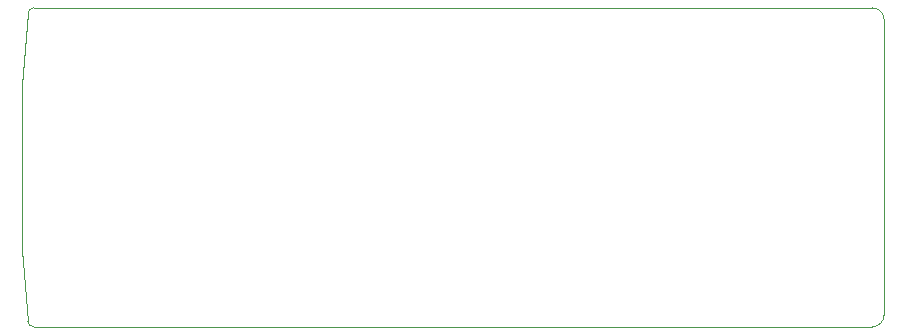
<source format=gbr>
%TF.GenerationSoftware,KiCad,Pcbnew,(5.1.12)-1*%
%TF.CreationDate,2021-12-09T18:01:32-07:00*%
%TF.ProjectId,SolarGPS,536f6c61-7247-4505-932e-6b696361645f,rev?*%
%TF.SameCoordinates,Original*%
%TF.FileFunction,Profile,NP*%
%FSLAX46Y46*%
G04 Gerber Fmt 4.6, Leading zero omitted, Abs format (unit mm)*
G04 Created by KiCad (PCBNEW (5.1.12)-1) date 2021-12-09 18:01:32*
%MOMM*%
%LPD*%
G01*
G04 APERTURE LIST*
%TA.AperFunction,Profile*%
%ADD10C,0.050000*%
%TD*%
G04 APERTURE END LIST*
D10*
X49500000Y-76550000D02*
X49000000Y-70500000D01*
X49000000Y-56500000D02*
X49502481Y-50450248D01*
X121000000Y-50000000D02*
G75*
G02*
X122000000Y-51000000I0J-1000000D01*
G01*
X122000000Y-76000000D02*
G75*
G02*
X121000000Y-77000000I-1000000J0D01*
G01*
X50000000Y-77002494D02*
G75*
G02*
X49500000Y-76550000I0J502494D01*
G01*
X49502481Y-50450248D02*
G75*
G02*
X50000000Y-50000000I497519J-49752D01*
G01*
X49000000Y-56500000D02*
X49000000Y-70500000D01*
X121000000Y-77000000D02*
X50000000Y-77000000D01*
X122000000Y-51000000D02*
X122000000Y-76000000D01*
X50000000Y-50000000D02*
X121000000Y-50000000D01*
M02*

</source>
